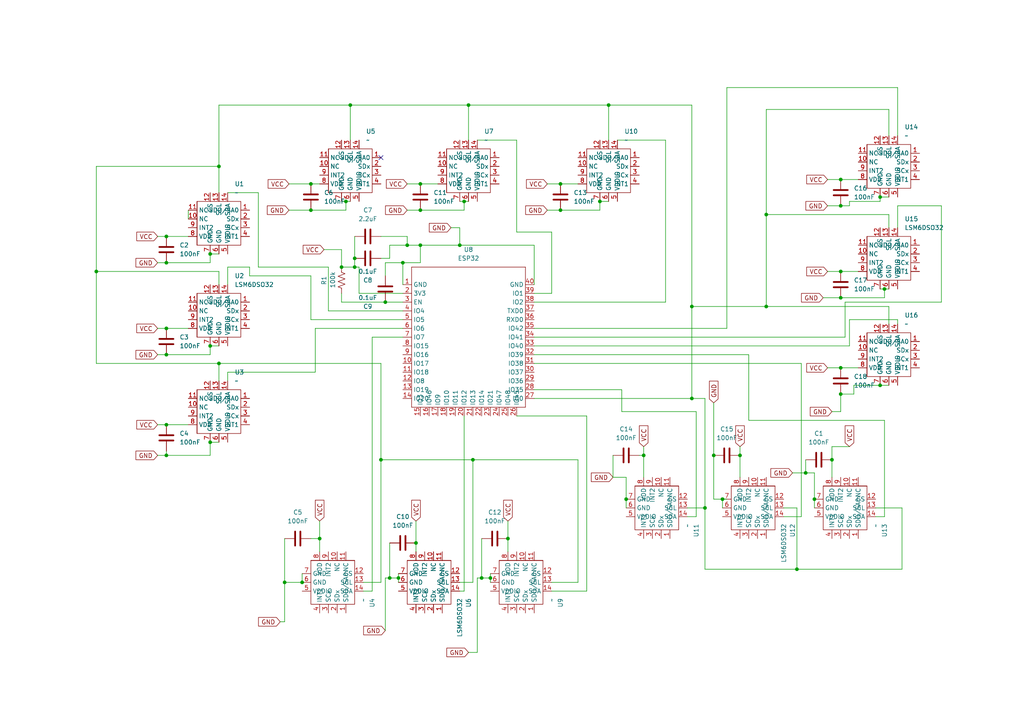
<source format=kicad_sch>
(kicad_sch (version 20211123) (generator eeschema)
  (paper "A4")
  (lib_symbols
    (symbol "Device:C" (pin_numbers hide) (pin_names (offset 0.254))
      (property "Reference" "C" (at 0.635 2.54 0))
      (property "Value" "C" (at 0.635 -2.54 0))
      (symbol "C_0_1"
        (polyline (pts (xy -2.032 -0.762) (xy 2.032 -0.762)) (stroke (width 0.508)))
        (polyline (pts (xy -2.032 0.762) (xy 2.032 0.762)) (stroke (width 0.508)))
      )
      (symbol "C_1_1"
        (pin passive line (at 0 3.81 270) (length 2.794) (name "~") (number "1"))
        (pin passive line (at 0 -3.81 90) (length 2.794) (name "~") (number "2"))
      )
    )
    (symbol "Device:R_US" (pin_numbers hide) (pin_names (offset 0))
      (property "Reference" "R" (at 2.54 0 90))
      (property "Value" "R_US" (at -2.54 0 90))
      (symbol "R_US_0_1"
        (polyline (pts (xy 0 -2.286) (xy 0 -2.54)))
        (polyline (pts (xy 0 2.286) (xy 0 2.54)))
        (polyline (pts (xy 0 -0.762) (xy 1.016 -1.143) (xy 0 -1.524) (xy -1.016 -1.905) (xy 0 -2.286)))
        (polyline (pts (xy 0 0.762) (xy 1.016 0.381) (xy 0 0) (xy -1.016 -0.381) (xy 0 -0.762)))
        (polyline (pts (xy 0 2.286) (xy 1.016 1.905) (xy 0 1.524) (xy -1.016 1.143) (xy 0 0.762)))
      )
      (symbol "R_US_1_1"
        (pin passive line (at 0 3.81 270) (length 1.27) (name "~") (number "1"))
        (pin passive line (at 0 -3.81 90) (length 1.27) (name "~") (number "2"))
      )
    )
    (symbol "ESP32:ESP32"
      (property "Reference" "U" (at 0 0 0))
      (property "Value" "ESP32" (at 0 -2.54 0))
      (symbol "ESP32_0_1"
        (rectangle (start -16.51 -19.05) (end -16.51 21.59))
        (rectangle (start -16.51 -19.05) (end 16.51 -19.05))
        (rectangle (start -16.51 21.59) (end 16.51 21.59))
        (rectangle (start 16.51 21.59) (end 16.51 -19.05))
      )
      (symbol "ESP32_1_1"
        (pin power_in line (at -19.05 16.51 0) (length 2.54) (name "GND") (number "1"))
        (pin bidirectional line (at -19.05 -6.35 0) (length 2.54) (name "IO17") (number "10"))
        (pin bidirectional line (at -19.05 -8.89 0) (length 2.54) (name "IO18") (number "11"))
        (pin bidirectional line (at -19.05 -11.43 0) (length 2.54) (name "IO8") (number "12"))
        (pin bidirectional line (at -19.05 -13.97 0) (length 2.54) (name "IO19") (number "13"))
        (pin bidirectional line (at -19.05 -16.51 0) (length 2.54) (name "IO20") (number "14"))
        (pin bidirectional line (at -13.97 -21.59 90) (length 2.54) (name "IO3") (number "15"))
        (pin bidirectional line (at -11.43 -21.59 90) (length 2.54) (name "IO46") (number "16"))
        (pin bidirectional line (at -8.89 -21.59 90) (length 2.54) (name "IO9") (number "17"))
        (pin bidirectional line (at -6.35 -21.59 90) (length 2.54) (name "IO10") (number "18"))
        (pin bidirectional line (at -3.81 -21.59 90) (length 2.54) (name "IO11") (number "19"))
        (pin power_in line (at -19.05 13.97 0) (length 2.54) (name "3V3") (number "2"))
        (pin bidirectional line (at -1.27 -21.59 90) (length 2.54) (name "IO12") (number "20"))
        (pin bidirectional line (at 1.27 -21.59 90) (length 2.54) (name "IO13") (number "21"))
        (pin bidirectional line (at 3.81 -21.59 90) (length 2.54) (name "IO14") (number "22"))
        (pin bidirectional line (at 6.35 -21.59 90) (length 2.54) (name "IO21") (number "23"))
        (pin bidirectional line (at 8.89 -21.59 90) (length 2.54) (name "IO47") (number "24"))
        (pin bidirectional line (at 11.43 -21.59 90) (length 2.54) (name "IO48") (number "25"))
        (pin bidirectional line (at 13.97 -21.59 90) (length 2.54) (name "IO45") (number "26"))
        (pin bidirectional line (at 19.05 -16.51 180) (length 2.54) (name "IO0") (number "27"))
        (pin bidirectional line (at 19.05 -13.97 180) (length 2.54) (name "IO35") (number "28"))
        (pin bidirectional line (at 19.05 -11.43 180) (length 2.54) (name "IO36") (number "29"))
        (pin input line (at -19.05 11.43 0) (length 2.54) (name "EN") (number "3"))
        (pin bidirectional line (at 19.05 -8.89 180) (length 2.54) (name "IO37") (number "30"))
        (pin bidirectional line (at 19.05 -6.35 180) (length 2.54) (name "IO38") (number "31"))
        (pin bidirectional line (at 19.05 -3.81 180) (length 2.54) (name "IO39") (number "32"))
        (pin bidirectional line (at 19.05 -1.27 180) (length 2.54) (name "IO40") (number "33"))
        (pin bidirectional line (at 19.05 1.27 180) (length 2.54) (name "IO41") (number "34"))
        (pin bidirectional line (at 19.05 3.81 180) (length 2.54) (name "IO42") (number "35"))
        (pin input line (at 19.05 6.35 180) (length 2.54) (name "RXD0") (number "36"))
        (pin output line (at 19.05 8.89 180) (length 2.54) (name "TXD0") (number "37"))
        (pin bidirectional line (at 19.05 11.43 180) (length 2.54) (name "IO2") (number "38"))
        (pin bidirectional line (at 19.05 13.97 180) (length 2.54) (name "IO1") (number "39"))
        (pin bidirectional line (at -19.05 8.89 0) (length 2.54) (name "IO4") (number "4"))
        (pin power_in line (at 19.05 16.51 180) (length 2.54) (name "GND") (number "40"))
        (pin bidirectional line (at -19.05 6.35 0) (length 2.54) (name "IO5") (number "5"))
        (pin bidirectional line (at -19.05 3.81 0) (length 2.54) (name "IO6") (number "6"))
        (pin bidirectional line (at -19.05 1.27 0) (length 2.54) (name "IO7") (number "7"))
        (pin bidirectional line (at -19.05 -1.27 0) (length 2.54) (name "IO15") (number "8"))
        (pin bidirectional line (at -19.05 -3.81 0) (length 2.54) (name "IO16") (number "9"))
      )
    )
    (symbol "IMU:LSM6DSO32"
      (property "Reference" "U" (at 0 0 0))
      (property "Value" "LSM6DSO32" (at 0 -20.32 0))
      (symbol "LSM6DSO32_0_1"
        (rectangle (start -6.35 -6.35) (end 6.35 6.35))
        (rectangle (start -6.35 6.35) (end -6.35 -6.35))
      )
      (symbol "LSM6DSO32_1_1"
        (pin input line (at 8.89 3.81 180) (length 2.54) (name "SDO/SA0") (number "1"))
        (pin input line (at -8.89 1.27 0) (length 2.54) (name "NC") (number "10"))
        (pin input line (at -8.89 3.81 0) (length 2.54) (name "NC") (number "11"))
        (pin input line (at -2.54 8.89 270) (length 2.54) (name "CS") (number "12"))
        (pin input line (at 0 8.89 270) (length 2.54) (name "SCL") (number "13"))
        (pin output line (at 2.54 8.89 270) (length 2.54) (name "SDA") (number "14"))
        (pin input line (at 8.89 1.27 180) (length 2.54) (name "SDx") (number "2"))
        (pin input line (at 8.89 -1.27 180) (length 2.54) (name "SCx") (number "3"))
        (pin input line (at 8.89 -3.81 180) (length 2.54) (name "INT1") (number "4"))
        (pin power_in line (at 2.54 -8.89 90) (length 2.54) (name "VDDIO") (number "5"))
        (pin power_in line (at 0 -8.89 90) (length 2.54) (name "GND") (number "6"))
        (pin power_in line (at -2.54 -8.89 90) (length 2.54) (name "GND") (number "7"))
        (pin power_in line (at -8.89 -3.81 0) (length 2.54) (name "VDD") (number "8"))
        (pin input line (at -8.89 -1.27 0) (length 2.54) (name "INT2") (number "9"))
      )
    )
  )
  (junction (at 135.89 30.48))
  (junction (at 99.06 77.47))
  (junction (at 87.63 168.91))
  (junction (at 60.96 73.66))
  (junction (at 48.26 123.19))
  (junction (at 233.68 137.16))
  (junction (at 121.92 53.34))
  (junction (at 120.65 157.48))
  (junction (at 181.61 144.78))
  (junction (at 60.96 100.33))
  (junction (at 200.66 115.57))
  (junction (at 113.03 167.64))
  (junction (at 231.14 165.1))
  (junction (at 162.56 60.96))
  (junction (at 176.53 30.48))
  (junction (at 48.26 132.08))
  (junction (at 162.56 53.34))
  (junction (at 116.84 76.2))
  (junction (at 214.63 132.08))
  (junction (at 222.25 88.9))
  (junction (at 48.26 102.87))
  (junction (at 139.7 167.64))
  (junction (at 92.71 156.21))
  (junction (at 121.92 71.12))
  (junction (at 243.84 106.68))
  (junction (at 101.6 30.48))
  (junction (at 82.55 168.91))
  (junction (at 222.25 62.23))
  (junction (at 200.66 88.9))
  (junction (at 133.35 71.12))
  (junction (at 100.33 58.42))
  (junction (at 121.92 60.96))
  (junction (at 243.84 52.07))
  (junction (at 90.17 53.34))
  (junction (at 142.24 167.64))
  (junction (at 48.26 76.2))
  (junction (at 147.32 156.21))
  (junction (at 204.47 147.32))
  (junction (at 243.84 86.36))
  (junction (at 207.01 132.08))
  (junction (at 111.76 87.63))
  (junction (at 134.62 58.42))
  (junction (at 102.87 77.47))
  (junction (at 115.57 167.64))
  (junction (at 243.84 114.3))
  (junction (at 90.17 60.96))
  (junction (at 137.16 133.35))
  (junction (at 236.22 144.78))
  (junction (at 118.11 71.12))
  (junction (at 63.5 105.41))
  (junction (at 48.26 95.25))
  (junction (at 27.94 78.74))
  (junction (at 209.55 144.78))
  (junction (at 241.3 133.35))
  (junction (at 243.84 59.69))
  (junction (at 186.69 132.08))
  (junction (at 173.99 58.42))
  (junction (at 63.5 48.26))
  (junction (at 255.27 111.76))
  (junction (at 48.26 68.58))
  (junction (at 255.27 57.15))
  (junction (at 60.96 128.27))
  (junction (at 243.84 78.74))
  (junction (at 102.87 74.93))
  (junction (at 110.49 133.35))
  (junction (at 256.54 83.82))
  (no_connect (at 110.49 45.72))
  (wire (pts (xy 45.72 132.08) (xy 48.26 132.08)))
  (wire (pts (xy 147.32 156.21) (xy 147.32 160.02)))
  (wire (pts (xy 260.35 93.98) (xy 260.35 92.71)))
  (wire (pts (xy 110.49 68.58) (xy 118.11 68.58)))
  (wire (pts (xy 204.47 147.32) (xy 204.47 115.57)))
  (wire (pts (xy 204.47 147.32) (xy 199.39 147.32)))
  (wire (pts (xy 299.72 107.95) (xy 299.72 115.57)))
  (wire (pts (xy 243.84 78.74) (xy 248.92 78.74)))
  (wire (pts (xy 101.6 30.48) (xy 63.5 30.48)))
  (wire (pts (xy 27.94 78.74) (xy 27.94 105.41)))
  (wire (pts (xy 111.76 182.88) (xy 111.76 167.64)))
  (wire (pts (xy 257.81 62.23) (xy 257.81 66.04)))
  (wire (pts (xy 177.8 138.43) (xy 181.61 138.43)))
  (wire (pts (xy 63.5 105.41) (xy 110.49 105.41)))
  (wire (pts (xy 257.81 31.75) (xy 257.81 39.37)))
  (wire (pts (xy 90.17 92.71) (xy 116.84 92.71)))
  (wire (pts (xy 181.61 138.43) (xy 181.61 144.78)))
  (wire (pts (xy 138.43 189.23) (xy 138.43 167.64)))
  (wire (pts (xy 243.84 52.07) (xy 248.92 52.07)))
  (wire (pts (xy 60.96 100.33) (xy 60.96 102.87)))
  (wire (pts (xy 90.17 156.21) (xy 92.71 156.21)))
  (wire (pts (xy 60.96 128.27) (xy 63.5 128.27)))
  (wire (pts (xy 177.8 132.08) (xy 177.8 138.43)))
  (wire (pts (xy 90.17 53.34) (xy 92.71 53.34)))
  (wire (pts (xy 107.95 171.45) (xy 107.95 97.79)))
  (wire (pts (xy 231.14 147.32) (xy 227.33 147.32)))
  (wire (pts (xy 92.71 156.21) (xy 92.71 160.02)))
  (wire (pts (xy 45.72 95.25) (xy 48.26 95.25)))
  (wire (pts (xy 113.03 74.93) (xy 113.03 71.12)))
  (wire (pts (xy 186.69 129.54) (xy 186.69 132.08)))
  (wire (pts (xy 107.95 97.79) (xy 116.84 97.79)))
  (wire (pts (xy 236.22 144.78) (xy 236.22 147.32)))
  (wire (pts (xy 48.26 123.19) (xy 54.61 123.19)))
  (wire (pts (xy 100.33 60.96) (xy 100.33 58.42)))
  (wire (pts (xy 48.26 130.81) (xy 48.26 132.08)))
  (wire (pts (xy 214.63 132.08) (xy 214.63 138.43)))
  (wire (pts (xy 210.82 144.78) (xy 209.55 144.78)))
  (wire (pts (xy 214.63 129.54) (xy 214.63 132.08)))
  (wire (pts (xy 133.35 71.12) (xy 154.94 71.12)))
  (wire (pts (xy 260.35 66.04) (xy 260.35 59.69)))
  (wire (pts (xy 113.03 71.12) (xy 118.11 71.12)))
  (wire (pts (xy 92.71 151.13) (xy 92.71 156.21)))
  (wire (pts (xy 167.64 168.91) (xy 160.02 168.91)))
  (wire (pts (xy 45.72 123.19) (xy 48.26 123.19)))
  (wire (pts (xy 241.3 129.54) (xy 246.38 129.54)))
  (wire (pts (xy 63.5 48.26) (xy 63.5 55.88)))
  (wire (pts (xy 135.89 30.48) (xy 101.6 30.48)))
  (wire (pts (xy 99.06 72.39) (xy 99.06 77.47)))
  (wire (pts (xy 66.04 55.88) (xy 74.93 55.88)))
  (wire (pts (xy 180.34 113.03) (xy 154.94 113.03)))
  (wire (pts (xy 104.14 85.09) (xy 116.84 85.09)))
  (wire (pts (xy 173.99 58.42) (xy 176.53 58.42)))
  (wire (pts (xy 91.44 107.95) (xy 91.44 95.25)))
  (wire (pts (xy 139.7 156.21) (xy 139.7 167.64)))
  (wire (pts (xy 232.41 149.86) (xy 232.41 105.41)))
  (wire (pts (xy 255.27 57.15) (xy 257.81 57.15)))
  (wire (pts (xy 243.84 119.38) (xy 243.84 114.3)))
  (wire (pts (xy 63.5 105.41) (xy 63.5 110.49)))
  (wire (pts (xy 48.26 102.87) (xy 60.96 102.87)))
  (wire (pts (xy 87.63 166.37) (xy 87.63 168.91)))
  (wire (pts (xy 110.49 168.91) (xy 105.41 168.91)))
  (wire (pts (xy 133.35 66.04) (xy 133.35 71.12)))
  (wire (pts (xy 82.55 168.91) (xy 82.55 180.34)))
  (wire (pts (xy 27.94 78.74) (xy 63.5 78.74)))
  (wire (pts (xy 111.76 87.63) (xy 116.84 87.63)))
  (wire (pts (xy 256.54 83.82) (xy 257.81 83.82)))
  (wire (pts (xy 227.33 149.86) (xy 232.41 149.86)))
  (wire (pts (xy 256.54 86.36) (xy 243.84 86.36)))
  (wire (pts (xy 246.38 92.71) (xy 246.38 100.33)))
  (wire (pts (xy 72.39 80.01) (xy 90.17 80.01)))
  (wire (pts (xy 101.6 30.48) (xy 101.6 40.64)))
  (wire (pts (xy 260.35 25.4) (xy 210.82 25.4)))
  (wire (pts (xy 66.04 82.55) (xy 66.04 77.47)))
  (wire (pts (xy 200.66 88.9) (xy 200.66 115.57)))
  (wire (pts (xy 90.17 60.96) (xy 100.33 60.96)))
  (wire (pts (xy 154.94 71.12) (xy 154.94 82.55)))
  (wire (pts (xy 241.3 119.38) (xy 243.84 119.38)))
  (wire (pts (xy 160.02 171.45) (xy 170.18 171.45)))
  (wire (pts (xy 222.25 62.23) (xy 222.25 88.9)))
  (wire (pts (xy 118.11 53.34) (xy 121.92 53.34)))
  (wire (pts (xy 121.92 76.2) (xy 121.92 71.12)))
  (wire (pts (xy 93.98 72.39) (xy 99.06 72.39)))
  (wire (pts (xy 54.61 60.96) (xy 54.61 63.5)))
  (wire (pts (xy 74.93 77.47) (xy 95.25 77.47)))
  (wire (pts (xy 27.94 48.26) (xy 27.94 78.74)))
  (wire (pts (xy 200.66 115.57) (xy 204.47 115.57)))
  (wire (pts (xy 158.75 60.96) (xy 162.56 60.96)))
  (wire (pts (xy 173.99 60.96) (xy 162.56 60.96)))
  (wire (pts (xy 241.3 129.54) (xy 241.3 133.35)))
  (wire (pts (xy 255.27 83.82) (xy 256.54 83.82)))
  (wire (pts (xy 120.65 151.13) (xy 120.65 157.48)))
  (wire (pts (xy 110.49 133.35) (xy 110.49 168.91)))
  (wire (pts (xy 256.54 149.86) (xy 256.54 121.92)))
  (wire (pts (xy 118.11 60.96) (xy 121.92 60.96)))
  (wire (pts (xy 110.49 74.93) (xy 113.03 74.93)))
  (wire (pts (xy 147.32 151.13) (xy 147.32 156.21)))
  (wire (pts (xy 82.55 168.91) (xy 87.63 168.91)))
  (wire (pts (xy 209.55 144.78) (xy 209.55 147.32)))
  (wire (pts (xy 260.35 39.37) (xy 260.35 25.4)))
  (wire (pts (xy 257.81 31.75) (xy 222.25 31.75)))
  (wire (pts (xy 95.25 77.47) (xy 95.25 90.17)))
  (wire (pts (xy 261.62 147.32) (xy 261.62 165.1)))
  (wire (pts (xy 154.94 115.57) (xy 200.66 115.57)))
  (wire (pts (xy 66.04 110.49) (xy 66.04 107.95)))
  (wire (pts (xy 113.03 157.48) (xy 113.03 167.64)))
  (wire (pts (xy 254 149.86) (xy 256.54 149.86)))
  (wire (pts (xy 45.72 102.87) (xy 48.26 102.87)))
  (wire (pts (xy 45.72 76.2) (xy 48.26 76.2)))
  (wire (pts (xy 179.07 40.64) (xy 193.04 40.64)))
  (wire (pts (xy 181.61 144.78) (xy 181.61 147.32)))
  (wire (pts (xy 110.49 105.41) (xy 110.49 133.35)))
  (wire (pts (xy 120.65 157.48) (xy 120.65 160.02)))
  (wire (pts (xy 222.25 31.75) (xy 222.25 62.23)))
  (wire (pts (xy 133.35 171.45) (xy 134.62 171.45)))
  (wire (pts (xy 63.5 30.48) (xy 63.5 48.26)))
  (wire (pts (xy 63.5 78.74) (xy 63.5 82.55)))
  (wire (pts (xy 201.93 149.86) (xy 201.93 119.38)))
  (wire (pts (xy 246.38 58.42) (xy 255.27 58.42)))
  (wire (pts (xy 180.34 119.38) (xy 180.34 113.03)))
  (wire (pts (xy 200.66 30.48) (xy 200.66 88.9)))
  (wire (pts (xy 48.26 132.08) (xy 60.96 132.08)))
  (wire (pts (xy 121.92 53.34) (xy 127 53.34)))
  (wire (pts (xy 246.38 58.42) (xy 246.38 59.69)))
  (wire (pts (xy 176.53 30.48) (xy 200.66 30.48)))
  (wire (pts (xy 82.55 156.21) (xy 82.55 168.91)))
  (wire (pts (xy 91.44 95.25) (xy 116.84 95.25)))
  (wire (pts (xy 142.24 166.37) (xy 142.24 167.64)))
  (wire (pts (xy 139.7 167.64) (xy 142.24 167.64)))
  (wire (pts (xy 111.76 76.2) (xy 116.84 76.2)))
  (wire (pts (xy 138.43 40.64) (xy 149.86 40.64)))
  (wire (pts (xy 231.14 165.1) (xy 204.47 165.1)))
  (wire (pts (xy 63.5 48.26) (xy 27.94 48.26)))
  (wire (pts (xy 158.75 53.34) (xy 162.56 53.34)))
  (wire (pts (xy 233.68 137.16) (xy 236.22 137.16)))
  (wire (pts (xy 247.65 114.3) (xy 247.65 111.76)))
  (wire (pts (xy 160.02 67.31) (xy 160.02 85.09)))
  (wire (pts (xy 118.11 71.12) (xy 121.92 71.12)))
  (wire (pts (xy 116.84 76.2) (xy 121.92 76.2)))
  (wire (pts (xy 176.53 40.64) (xy 176.53 30.48)))
  (wire (pts (xy 160.02 85.09) (xy 154.94 85.09)))
  (wire (pts (xy 247.65 111.76) (xy 255.27 111.76)))
  (wire (pts (xy 121.92 71.12) (xy 133.35 71.12)))
  (wire (pts (xy 95.25 90.17) (xy 116.84 90.17)))
  (wire (pts (xy 243.84 106.68) (xy 248.92 106.68)))
  (wire (pts (xy 48.26 68.58) (xy 54.61 68.58)))
  (wire (pts (xy 48.26 76.2) (xy 60.96 76.2)))
  (wire (pts (xy 60.96 73.66) (xy 63.5 73.66)))
  (wire (pts (xy 48.26 95.25) (xy 54.61 95.25)))
  (wire (pts (xy 260.35 92.71) (xy 246.38 92.71)))
  (wire (pts (xy 135.89 30.48) (xy 176.53 30.48)))
  (wire (pts (xy 162.56 53.34) (xy 167.64 53.34)))
  (wire (pts (xy 255.27 58.42) (xy 255.27 57.15)))
  (wire (pts (xy 245.11 87.63) (xy 245.11 97.79)))
  (wire (pts (xy 240.03 52.07) (xy 243.84 52.07)))
  (wire (pts (xy 199.39 149.86) (xy 201.93 149.86)))
  (wire (pts (xy 135.89 189.23) (xy 138.43 189.23)))
  (wire (pts (xy 137.16 133.35) (xy 110.49 133.35)))
  (wire (pts (xy 243.84 114.3) (xy 247.65 114.3)))
  (wire (pts (xy 240.03 59.69) (xy 243.84 59.69)))
  (wire (pts (xy 204.47 147.32) (xy 204.47 165.1)))
  (wire (pts (xy 121.92 60.96) (xy 134.62 60.96)))
  (wire (pts (xy 99.06 87.63) (xy 111.76 87.63)))
  (wire (pts (xy 130.81 66.04) (xy 133.35 66.04)))
  (wire (pts (xy 138.43 167.64) (xy 139.7 167.64)))
  (wire (pts (xy 90.17 80.01) (xy 90.17 92.71)))
  (wire (pts (xy 222.25 88.9) (xy 200.66 88.9)))
  (wire (pts (xy 210.82 95.25) (xy 154.94 95.25)))
  (wire (pts (xy 261.62 165.1) (xy 231.14 165.1)))
  (wire (pts (xy 111.76 80.01) (xy 111.76 76.2)))
  (wire (pts (xy 217.17 102.87) (xy 154.94 102.87)))
  (wire (pts (xy 201.93 119.38) (xy 180.34 119.38)))
  (wire (pts (xy 260.35 59.69) (xy 273.05 59.69)))
  (wire (pts (xy 167.64 168.91) (xy 167.64 133.35)))
  (wire (pts (xy 241.3 133.35) (xy 241.3 138.43)))
  (wire (pts (xy 102.87 68.58) (xy 102.87 74.93)))
  (wire (pts (xy 134.62 58.42) (xy 135.89 58.42)))
  (wire (pts (xy 240.03 78.74) (xy 243.84 78.74)))
  (wire (pts (xy 245.11 97.79) (xy 154.94 97.79)))
  (wire (pts (xy 273.05 59.69) (xy 273.05 87.63)))
  (wire (pts (xy 186.69 132.08) (xy 186.69 138.43)))
  (wire (pts (xy 246.38 59.69) (xy 243.84 59.69)))
  (wire (pts (xy 173.99 58.42) (xy 173.99 60.96)))
  (wire (pts (xy 105.41 171.45) (xy 107.95 171.45)))
  (wire (pts (xy 60.96 73.66) (xy 60.96 76.2)))
  (wire (pts (xy 81.28 180.34) (xy 82.55 180.34)))
  (wire (pts (xy 102.87 77.47) (xy 104.14 77.47)))
  (wire (pts (xy 209.55 144.78) (xy 207.01 144.78)))
  (wire (pts (xy 170.18 171.45) (xy 170.18 120.65)))
  (wire (pts (xy 222.25 88.9) (xy 257.81 88.9)))
  (wire (pts (xy 257.81 88.9) (xy 257.81 93.98)))
  (wire (pts (xy 99.06 77.47) (xy 102.87 77.47)))
  (wire (pts (xy 133.35 58.42) (xy 134.62 58.42)))
  (wire (pts (xy 185.42 132.08) (xy 186.69 132.08)))
  (wire (pts (xy 83.82 53.34) (xy 90.17 53.34)))
  (wire (pts (xy 207.01 116.84) (xy 207.01 132.08)))
  (wire (pts (xy 135.89 40.64) (xy 135.89 30.48)))
  (wire (pts (xy 60.96 100.33) (xy 63.5 100.33)))
  (wire (pts (xy 217.17 121.92) (xy 217.17 102.87)))
  (wire (pts (xy 45.72 68.58) (xy 48.26 68.58)))
  (wire (pts (xy 102.87 74.93) (xy 102.87 77.47)))
  (wire (pts (xy 115.57 167.64) (xy 115.57 168.91)))
  (wire (pts (xy 149.86 67.31) (xy 160.02 67.31)))
  (wire (pts (xy 74.93 55.88) (xy 74.93 77.47)))
  (wire (pts (xy 236.22 137.16) (xy 236.22 144.78)))
  (wire (pts (xy 246.38 100.33) (xy 154.94 100.33)))
  (wire (pts (xy 116.84 76.2) (xy 116.84 82.55)))
  (wire (pts (xy 134.62 60.96) (xy 134.62 58.42)))
  (wire (pts (xy 118.11 68.58) (xy 118.11 71.12)))
  (wire (pts (xy 113.03 167.64) (xy 115.57 167.64)))
  (wire (pts (xy 142.24 167.64) (xy 142.24 168.91)))
  (wire (pts (xy 27.94 105.41) (xy 63.5 105.41)))
  (wire (pts (xy 134.62 120.65) (xy 134.62 171.45)))
  (wire (pts (xy 273.05 87.63) (xy 245.11 87.63)))
  (wire (pts (xy 149.86 40.64) (xy 149.86 67.31)))
  (wire (pts (xy 240.03 106.68) (xy 243.84 106.68)))
  (wire (pts (xy 207.01 132.08) (xy 207.01 144.78)))
  (wire (pts (xy 170.18 120.65) (xy 149.86 120.65)))
  (wire (pts (xy 115.57 166.37) (xy 115.57 167.64)))
  (wire (pts (xy 66.04 77.47) (xy 72.39 77.47)))
  (wire (pts (xy 72.39 77.47) (xy 72.39 80.01)))
  (wire (pts (xy 83.82 60.96) (xy 90.17 60.96)))
  (wire (pts (xy 137.16 133.35) (xy 137.16 168.91)))
  (wire (pts (xy 231.14 147.32) (xy 231.14 165.1)))
  (wire (pts (xy 256.54 83.82) (xy 256.54 86.36)))
  (wire (pts (xy 167.64 133.35) (xy 137.16 133.35)))
  (wire (pts (xy 229.87 137.16) (xy 233.68 137.16)))
  (wire (pts (xy 99.06 58.42) (xy 100.33 58.42)))
  (wire (pts (xy 256.54 121.92) (xy 217.17 121.92)))
  (wire (pts (xy 99.06 85.09) (xy 99.06 87.63)))
  (wire (pts (xy 210.82 25.4) (xy 210.82 95.25)))
  (wire (pts (xy 111.76 167.64) (xy 113.03 167.64)))
  (wire (pts (xy 261.62 147.32) (xy 254 147.32)))
  (wire (pts (xy 255.27 111.76) (xy 257.81 111.76)))
  (wire (pts (xy 193.04 40.64) (xy 193.04 87.63)))
  (wire (pts (xy 233.68 133.35) (xy 233.68 137.16)))
  (wire (pts (xy 222.25 62.23) (xy 257.81 62.23)))
  (wire (pts (xy 154.94 87.63) (xy 193.04 87.63)))
  (wire (pts (xy 66.04 107.95) (xy 91.44 107.95)))
  (wire (pts (xy 104.14 77.47) (xy 104.14 85.09)))
  (wire (pts (xy 137.16 168.91) (xy 133.35 168.91)))
  (wire (pts (xy 232.41 105.41) (xy 154.94 105.41)))
  (wire (pts (xy 60.96 132.08) (xy 60.96 128.27)))
  (wire (pts (xy 238.76 86.36) (xy 243.84 86.36)))
  (wire (pts (xy 100.33 58.42) (xy 101.6 58.42)))
  (global_label "VCC" (shape input) (at 45.72 95.25 180) (property "Intersheet References" "${INTERSHEET_REFS}" (effects hide)))
  (global_label "GND" (shape input) (at 158.75 60.96 180) (property "Intersheet References" "${INTERSHEET_REFS}" (effects hide)))
  (global_label "GND" (shape input) (at 45.72 76.2 180) (property "Intersheet References" "${INTERSHEET_REFS}" (effects hide)))
  (global_label "VCC" (shape input) (at 214.63 129.54 90) (property "Intersheet References" "${INTERSHEET_REFS}" (effects hide)))
  (global_label "VCC" (shape input) (at 45.72 123.19 180) (property "Intersheet References" "${INTERSHEET_REFS}" (effects hide)))
  (global_label "VCC" (shape input) (at 120.65 151.13 90) (property "Intersheet References" "${INTERSHEET_REFS}" (effects hide)))
  (global_label "GND" (shape input) (at 130.81 66.04 180) (property "Intersheet References" "${INTERSHEET_REFS}" (effects hide)))
  (global_label "VCC" (shape input) (at 92.71 151.13 90) (property "Intersheet References" "${INTERSHEET_REFS}" (effects hide)))
  (global_label "GND" (shape input) (at 83.82 60.96 180) (property "Intersheet References" "${INTERSHEET_REFS}" (effects hide)))
  (global_label "GND" (shape input) (at 81.28 180.34 180) (property "Intersheet References" "${INTERSHEET_REFS}" (effects hide)))
  (global_label "VCC" (shape input) (at 83.82 53.34 180) (property "Intersheet References" "${INTERSHEET_REFS}" (effects hide)))
  (global_label "VCC" (shape input) (at 158.75 53.34 180) (property "Intersheet References" "${INTERSHEET_REFS}" (effects hide)))
  (global_label "GND" (shape input) (at 135.89 189.23 180) (property "Intersheet References" "${INTERSHEET_REFS}" (effects hide)))
  (global_label "GND" (shape input) (at 241.3 119.38 180) (property "Intersheet References" "${INTERSHEET_REFS}" (effects hide)))
  (global_label "GND" (shape input) (at 111.76 182.88 180) (property "Intersheet References" "${INTERSHEET_REFS}" (effects hide)))
  (global_label "GND" (shape input) (at 229.87 137.16 180) (property "Intersheet References" "${INTERSHEET_REFS}" (effects hide)))
  (global_label "GND" (shape input) (at 45.72 132.08 180) (property "Intersheet References" "${INTERSHEET_REFS}" (effects hide)))
  (global_label "GND" (shape input) (at 45.72 102.87 180) (property "Intersheet References" "${INTERSHEET_REFS}" (effects hide)))
  (global_label "GND" (shape input) (at 238.76 86.36 180) (property "Intersheet References" "${INTERSHEET_REFS}" (effects hide)))
  (global_label "GND" (shape input) (at 118.11 60.96 180) (property "Intersheet References" "${INTERSHEET_REFS}" (effects hide)))
  (global_label "VCC" (shape input) (at 240.03 52.07 180) (property "Intersheet References" "${INTERSHEET_REFS}" (effects hide)))
  (global_label "VCC" (shape input) (at 118.11 53.34 180) (property "Intersheet References" "${INTERSHEET_REFS}" (effects hide)))
  (global_label "VCC" (shape input) (at 240.03 106.68 180) (property "Intersheet References" "${INTERSHEET_REFS}" (effects hide)))
  (global_label "GND" (shape input) (at 207.01 116.84 90) (property "Intersheet References" "${INTERSHEET_REFS}" (effects hide)))
  (global_label "VCC" (shape input) (at 93.98 72.39 180) (property "Intersheet References" "${INTERSHEET_REFS}" (effects hide)))
  (global_label "VCC" (shape input) (at 45.72 68.58 180) (property "Intersheet References" "${INTERSHEET_REFS}" (effects hide)))
  (global_label "GND" (shape input) (at 240.03 59.69 180) (property "Intersheet References" "${INTERSHEET_REFS}" (effects hide)))
  (global_label "VCC" (shape input) (at 186.69 129.54 90) (property "Intersheet References" "${INTERSHEET_REFS}" (effects hide)))
  (global_label "VCC" (shape input) (at 240.03 78.74 180) (property "Intersheet References" "${INTERSHEET_REFS}" (effects hide)))
  (global_label "VCC" (shape input) (at 147.32 151.13 90) (property "Intersheet References" "${INTERSHEET_REFS}" (effects hide)))
  (global_label "VCC" (shape input) (at 246.38 129.54 90) (property "Intersheet References" "${INTERSHEET_REFS}" (effects hide)))
  (global_label "GND" (shape input) (at 177.8 138.43 180) (property "Intersheet References" "${INTERSHEET_REFS}" (effects hide)))
  (symbol (lib_id "IMU:LSM6DSO32") (at 218.44 147.32 270) (unit 1)
    (property "Reference" "U12" (at 229.87 151.8794 0) (effects (justify left)))
    (property "Value" "LSM6DSO32" (at 227.33 151.8794 0) (effects (justify left)))
  )
  (symbol (lib_id "IMU:LSM6DSO32") (at 63.5 91.44 0) (unit 1)
    (property "Reference" "U2" (at 68.0594 80.01 0) (effects (justify left)))
    (property "Value" "LSM6DSO32" (at 68.0594 82.55 0) (effects (justify left)))
  )
  (symbol (lib_id "Device:C") (at 48.26 99.06 180) (unit 1)
    (property "Reference" "C3" (at 52.07 97.7899 0) (effects (justify right)))
    (property "Value" "100nF" (at 52.07 100.3299 0) (effects (justify right)))
  )
  (symbol (lib_id "Device:C") (at 121.92 57.15 180) (unit 1)
    (property "Reference" "C11" (at 125.73 55.8799 0) (effects (justify right)))
    (property "Value" "100nF" (at 125.73 58.4199 0) (effects (justify right)))
  )
  (symbol (lib_id "Device:C") (at 162.56 57.15 180) (unit 1)
    (property "Reference" "C13" (at 166.37 55.8799 0) (effects (justify right)))
    (property "Value" "100nF" (at 166.37 58.4199 0) (effects (justify right)))
  )
  (symbol (lib_id "IMU:LSM6DSO32") (at 190.5 147.32 270) (unit 1)
    (property "Reference" "U11" (at 201.93 151.8794 0) (effects (justify left)))
    (property "Value" "~" (at 199.39 151.8794 0) (effects (justify left)))
  )
  (symbol (lib_id "Device:C") (at 111.76 83.82 180) (unit 1)
    (property "Reference" "C9" (at 106.68 88.9 0))
    (property "Value" "0.1uF" (at 106.68 86.36 0))
  )
  (symbol (lib_id "Device:C") (at 210.82 132.08 90) (unit 1)
    (property "Reference" "C15" (at 210.82 124.46 90))
    (property "Value" "100nF" (at 210.82 127 90))
  )
  (symbol (lib_id "IMU:LSM6DSO32") (at 101.6 49.53 0) (unit 1)
    (property "Reference" "U5" (at 106.1594 38.1 0) (effects (justify left)))
    (property "Value" "~" (at 106.1594 40.64 0) (effects (justify left)))
  )
  (symbol (lib_id "IMU:LSM6DSO32") (at 257.81 74.93 0) (unit 1)
    (property "Reference" "U15" (at 262.3694 63.5 0) (effects (justify left)))
    (property "Value" "LSM6DSO32" (at 262.3694 66.04 0) (effects (justify left)))
  )
  (symbol (lib_id "Device:C") (at 181.61 132.08 90) (unit 1)
    (property "Reference" "C14" (at 181.61 124.46 90))
    (property "Value" "100nF" (at 181.61 127 90))
  )
  (symbol (lib_id "IMU:LSM6DSO32") (at 124.46 168.91 270) (unit 1)
    (property "Reference" "U6" (at 135.89 173.4694 0) (effects (justify left)))
    (property "Value" "LSM6DSO32" (at 133.35 173.4694 0) (effects (justify left)))
  )
  (symbol (lib_id "Device:C") (at 243.84 110.49 180) (unit 1)
    (property "Reference" "C18" (at 247.65 109.2199 0) (effects (justify right)))
    (property "Value" "100nF" (at 247.65 111.7599 0) (effects (justify right)))
  )
  (symbol (lib_id "Device:C") (at 86.36 156.21 90) (unit 1)
    (property "Reference" "C5" (at 86.36 148.59 90))
    (property "Value" "100nF" (at 86.36 151.13 90))
  )
  (symbol (lib_id "Device:C") (at 106.68 68.58 90) (unit 1)
    (property "Reference" "C7" (at 106.68 60.96 90))
    (property "Value" "2.2uF" (at 106.68 63.5 90))
  )
  (symbol (lib_id "IMU:LSM6DSO32") (at 96.52 168.91 270) (unit 1)
    (property "Reference" "U4" (at 107.95 173.4694 0) (effects (justify left)))
    (property "Value" "~" (at 105.41 173.4694 0) (effects (justify left)))
  )
  (symbol (lib_id "Device:C") (at 106.68 74.93 90) (unit 1)
    (property "Reference" "C8" (at 106.68 81.28 90))
    (property "Value" "0.1uF" (at 106.68 78.74 90))
  )
  (symbol (lib_id "Device:C") (at 90.17 57.15 180) (unit 1)
    (property "Reference" "C6" (at 93.98 55.8799 0) (effects (justify right)))
    (property "Value" "100nF" (at 93.98 58.4199 0) (effects (justify right)))
  )
  (symbol (lib_id "Device:C") (at 48.26 72.39 180) (unit 1)
    (property "Reference" "C2" (at 52.07 71.1199 0) (effects (justify right)))
    (property "Value" "100nF" (at 52.07 73.6599 0) (effects (justify right)))
  )
  (symbol (lib_id "ESP32:ESP32") (at 135.89 99.06 0) (unit 1)
    (property "Reference" "U8" (at 135.89 72.39 0))
    (property "Value" "ESP32" (at 135.89 74.93 0))
  )
  (symbol (lib_id "Device:C") (at 237.49 133.35 90) (unit 1)
    (property "Reference" "C1" (at 237.49 125.73 90))
    (property "Value" "100nF" (at 237.49 128.27 90))
  )
  (symbol (lib_id "IMU:LSM6DSO32") (at 63.5 119.38 0) (unit 1)
    (property "Reference" "U3" (at 68.0594 107.95 0) (effects (justify left)))
    (property "Value" "~" (at 68.0594 110.49 0) (effects (justify left)))
  )
  (symbol (lib_id "IMU:LSM6DSO32") (at 63.5 64.77 0) (unit 1)
    (property "Reference" "U1" (at 68.0594 53.34 0) (effects (justify left)))
    (property "Value" "~" (at 68.0594 55.88 0) (effects (justify left)))
  )
  (symbol (lib_id "IMU:LSM6DSO32") (at 257.81 48.26 0) (unit 1)
    (property "Reference" "U14" (at 262.3694 36.83 0) (effects (justify left)))
    (property "Value" "~" (at 262.3694 39.37 0) (effects (justify left)))
  )
  (symbol (lib_id "Device:R_US") (at 99.06 81.28 180) (unit 1)
    (property "Reference" "R1" (at 93.98 80.01 90) (effects (justify left)))
    (property "Value" "100k" (at 96.52 78.74 90) (effects (justify left)))
  )
  (symbol (lib_id "IMU:LSM6DSO32") (at 176.53 49.53 0) (unit 1)
    (property "Reference" "U10" (at 181.0894 38.1 0) (effects (justify left)))
    (property "Value" "~" (at 181.0894 40.64 0) (effects (justify left)))
  )
  (symbol (lib_id "Device:C") (at 116.84 157.48 90) (unit 1)
    (property "Reference" "C10" (at 116.84 149.86 90))
    (property "Value" "100nF" (at 116.84 152.4 90))
  )
  (symbol (lib_id "Device:C") (at 143.51 156.21 90) (unit 1)
    (property "Reference" "C12" (at 143.51 148.59 90))
    (property "Value" "100nF" (at 143.51 151.13 90))
  )
  (symbol (lib_id "IMU:LSM6DSO32") (at 151.13 168.91 270) (unit 1)
    (property "Reference" "U9" (at 162.56 173.4694 0) (effects (justify left)))
    (property "Value" "~" (at 160.02 173.4694 0) (effects (justify left)))
  )
  (symbol (lib_id "IMU:LSM6DSO32") (at 257.81 102.87 0) (unit 1)
    (property "Reference" "U16" (at 262.3694 91.44 0) (effects (justify left)))
    (property "Value" "~" (at 262.3694 93.98 0) (effects (justify left)))
  )
  (symbol (lib_id "IMU:LSM6DSO32") (at 135.89 49.53 0) (unit 1)
    (property "Reference" "U7" (at 140.4494 38.1 0) (effects (justify left)))
    (property "Value" "~" (at 140.4494 40.64 0) (effects (justify left)))
  )
  (symbol (lib_id "Device:C") (at 243.84 55.88 180) (unit 1)
    (property "Reference" "C16" (at 247.65 54.6099 0) (effects (justify right)))
    (property "Value" "100nF" (at 247.65 57.1499 0) (effects (justify right)))
  )
  (symbol (lib_id "Device:C") (at 48.26 127 180) (unit 1)
    (property "Reference" "C4" (at 52.07 125.7299 0) (effects (justify right)))
    (property "Value" "100nF" (at 52.07 128.2699 0) (effects (justify right)))
  )
  (symbol (lib_id "Device:C") (at 243.84 82.55 180) (unit 1)
    (property "Reference" "C17" (at 247.65 81.2799 0) (effects (justify right)))
    (property "Value" "100nF" (at 247.65 83.8199 0) (effects (justify right)))
  )
  (symbol (lib_id "IMU:LSM6DSO32") (at 245.11 147.32 270) (unit 1)
    (property "Reference" "U13" (at 256.54 151.8794 0) (effects (justify left)))
    (property "Value" "~" (at 254 151.8794 0) (effects (justify left)))
  )
)
</source>
